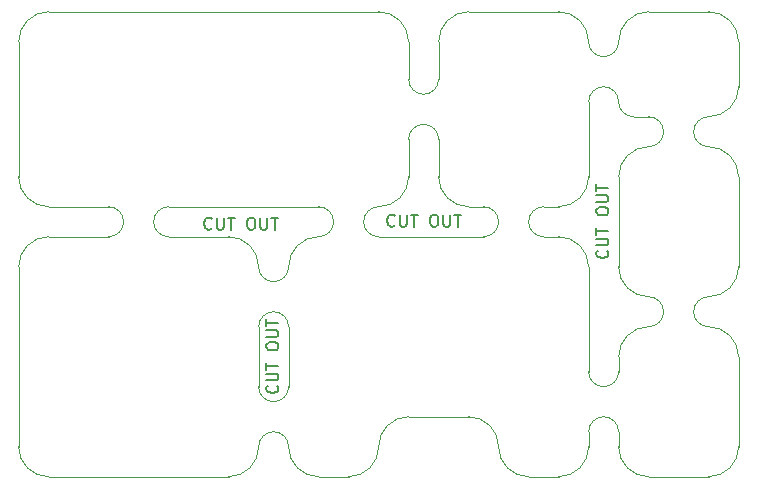
<source format=gbr>
G04 (created by PCBNEW (2013-07-07 BZR 4022)-stable) date 2/5/2015 8:35:07 PM*
%MOIN*%
G04 Gerber Fmt 3.4, Leading zero omitted, Abs format*
%FSLAX34Y34*%
G01*
G70*
G90*
G04 APERTURE LIST*
%ADD10C,0.00590551*%
%ADD11C,0.00393701*%
%ADD12C,0.005*%
G04 APERTURE END LIST*
G54D10*
G54D11*
X66000Y-41500D02*
X66000Y-43000D01*
X65000Y-44000D02*
G75*
G03X66000Y-43000I0J1000D01*
G74*
G01*
X63000Y-40500D02*
X65000Y-40500D01*
X63000Y-40500D02*
G75*
G03X62000Y-41500I0J-1000D01*
G74*
G01*
X66000Y-41500D02*
G75*
G03X65000Y-40500I-1000J0D01*
G74*
G01*
X62500Y-44000D02*
X63000Y-44000D01*
X62000Y-43500D02*
G75*
G03X62500Y-44000I500J0D01*
G74*
G01*
X42000Y-41500D02*
X42000Y-46000D01*
X55000Y-42750D02*
X55000Y-41500D01*
X56000Y-42750D02*
X56000Y-41500D01*
X55000Y-46000D02*
X55000Y-44750D01*
X56000Y-46000D02*
X56000Y-44750D01*
X55000Y-41500D02*
G75*
G03X54000Y-40500I-1000J0D01*
G74*
G01*
X43000Y-40500D02*
X54000Y-40500D01*
G54D12*
X61623Y-48461D02*
X61642Y-48480D01*
X61661Y-48538D01*
X61661Y-48576D01*
X61642Y-48633D01*
X61604Y-48671D01*
X61566Y-48690D01*
X61490Y-48709D01*
X61433Y-48709D01*
X61357Y-48690D01*
X61319Y-48671D01*
X61280Y-48633D01*
X61261Y-48576D01*
X61261Y-48538D01*
X61280Y-48480D01*
X61300Y-48461D01*
X61261Y-48290D02*
X61585Y-48290D01*
X61623Y-48271D01*
X61642Y-48252D01*
X61661Y-48214D01*
X61661Y-48138D01*
X61642Y-48100D01*
X61623Y-48080D01*
X61585Y-48061D01*
X61261Y-48061D01*
X61261Y-47928D02*
X61261Y-47700D01*
X61661Y-47814D02*
X61261Y-47814D01*
X61261Y-47185D02*
X61261Y-47109D01*
X61280Y-47071D01*
X61319Y-47033D01*
X61395Y-47014D01*
X61528Y-47014D01*
X61604Y-47033D01*
X61642Y-47071D01*
X61661Y-47109D01*
X61661Y-47185D01*
X61642Y-47223D01*
X61604Y-47261D01*
X61528Y-47280D01*
X61395Y-47280D01*
X61319Y-47261D01*
X61280Y-47223D01*
X61261Y-47185D01*
X61261Y-46842D02*
X61585Y-46842D01*
X61623Y-46823D01*
X61642Y-46804D01*
X61661Y-46766D01*
X61661Y-46690D01*
X61642Y-46652D01*
X61623Y-46633D01*
X61585Y-46614D01*
X61261Y-46614D01*
X61261Y-46480D02*
X61261Y-46252D01*
X61661Y-46366D02*
X61261Y-46366D01*
X54538Y-47623D02*
X54519Y-47642D01*
X54461Y-47661D01*
X54423Y-47661D01*
X54366Y-47642D01*
X54328Y-47604D01*
X54309Y-47566D01*
X54290Y-47490D01*
X54290Y-47433D01*
X54309Y-47357D01*
X54328Y-47319D01*
X54366Y-47280D01*
X54423Y-47261D01*
X54461Y-47261D01*
X54519Y-47280D01*
X54538Y-47300D01*
X54709Y-47261D02*
X54709Y-47585D01*
X54728Y-47623D01*
X54747Y-47642D01*
X54785Y-47661D01*
X54861Y-47661D01*
X54900Y-47642D01*
X54919Y-47623D01*
X54938Y-47585D01*
X54938Y-47261D01*
X55071Y-47261D02*
X55300Y-47261D01*
X55185Y-47661D02*
X55185Y-47261D01*
X55814Y-47261D02*
X55890Y-47261D01*
X55928Y-47280D01*
X55966Y-47319D01*
X55985Y-47395D01*
X55985Y-47528D01*
X55966Y-47604D01*
X55928Y-47642D01*
X55890Y-47661D01*
X55814Y-47661D01*
X55776Y-47642D01*
X55738Y-47604D01*
X55719Y-47528D01*
X55719Y-47395D01*
X55738Y-47319D01*
X55776Y-47280D01*
X55814Y-47261D01*
X56157Y-47261D02*
X56157Y-47585D01*
X56176Y-47623D01*
X56195Y-47642D01*
X56233Y-47661D01*
X56309Y-47661D01*
X56347Y-47642D01*
X56366Y-47623D01*
X56385Y-47585D01*
X56385Y-47261D01*
X56519Y-47261D02*
X56747Y-47261D01*
X56633Y-47661D02*
X56633Y-47261D01*
X50623Y-52961D02*
X50642Y-52980D01*
X50661Y-53038D01*
X50661Y-53076D01*
X50642Y-53133D01*
X50604Y-53171D01*
X50566Y-53190D01*
X50490Y-53209D01*
X50433Y-53209D01*
X50357Y-53190D01*
X50319Y-53171D01*
X50280Y-53133D01*
X50261Y-53076D01*
X50261Y-53038D01*
X50280Y-52980D01*
X50300Y-52961D01*
X50261Y-52790D02*
X50585Y-52790D01*
X50623Y-52771D01*
X50642Y-52752D01*
X50661Y-52714D01*
X50661Y-52638D01*
X50642Y-52600D01*
X50623Y-52580D01*
X50585Y-52561D01*
X50261Y-52561D01*
X50261Y-52428D02*
X50261Y-52200D01*
X50661Y-52314D02*
X50261Y-52314D01*
X50261Y-51685D02*
X50261Y-51609D01*
X50280Y-51571D01*
X50319Y-51533D01*
X50395Y-51514D01*
X50528Y-51514D01*
X50604Y-51533D01*
X50642Y-51571D01*
X50661Y-51609D01*
X50661Y-51685D01*
X50642Y-51723D01*
X50604Y-51761D01*
X50528Y-51780D01*
X50395Y-51780D01*
X50319Y-51761D01*
X50280Y-51723D01*
X50261Y-51685D01*
X50261Y-51342D02*
X50585Y-51342D01*
X50623Y-51323D01*
X50642Y-51304D01*
X50661Y-51266D01*
X50661Y-51190D01*
X50642Y-51152D01*
X50623Y-51133D01*
X50585Y-51114D01*
X50261Y-51114D01*
X50261Y-50980D02*
X50261Y-50752D01*
X50661Y-50866D02*
X50261Y-50866D01*
G54D11*
X58000Y-55000D02*
G75*
G03X57000Y-54000I-1000J0D01*
G74*
G01*
X58000Y-55000D02*
G75*
G03X59000Y-56000I1000J0D01*
G74*
G01*
X55000Y-54000D02*
G75*
G03X54000Y-55000I0J-1000D01*
G74*
G01*
X53000Y-56000D02*
G75*
G03X54000Y-55000I0J1000D01*
G74*
G01*
G54D12*
X48438Y-47723D02*
X48419Y-47742D01*
X48361Y-47761D01*
X48323Y-47761D01*
X48266Y-47742D01*
X48228Y-47704D01*
X48209Y-47666D01*
X48190Y-47590D01*
X48190Y-47533D01*
X48209Y-47457D01*
X48228Y-47419D01*
X48266Y-47380D01*
X48323Y-47361D01*
X48361Y-47361D01*
X48419Y-47380D01*
X48438Y-47400D01*
X48609Y-47361D02*
X48609Y-47685D01*
X48628Y-47723D01*
X48647Y-47742D01*
X48685Y-47761D01*
X48761Y-47761D01*
X48800Y-47742D01*
X48819Y-47723D01*
X48838Y-47685D01*
X48838Y-47361D01*
X48971Y-47361D02*
X49200Y-47361D01*
X49085Y-47761D02*
X49085Y-47361D01*
X49714Y-47361D02*
X49790Y-47361D01*
X49828Y-47380D01*
X49866Y-47419D01*
X49885Y-47495D01*
X49885Y-47628D01*
X49866Y-47704D01*
X49828Y-47742D01*
X49790Y-47761D01*
X49714Y-47761D01*
X49676Y-47742D01*
X49638Y-47704D01*
X49619Y-47628D01*
X49619Y-47495D01*
X49638Y-47419D01*
X49676Y-47380D01*
X49714Y-47361D01*
X50057Y-47361D02*
X50057Y-47685D01*
X50076Y-47723D01*
X50095Y-47742D01*
X50133Y-47761D01*
X50209Y-47761D01*
X50247Y-47742D01*
X50266Y-47723D01*
X50285Y-47685D01*
X50285Y-47361D01*
X50419Y-47361D02*
X50647Y-47361D01*
X50533Y-47761D02*
X50533Y-47361D01*
G54D11*
X57000Y-47000D02*
X57500Y-47000D01*
X42000Y-49000D02*
X42000Y-55000D01*
X59500Y-48000D02*
X60000Y-48000D01*
X54000Y-48000D02*
X57500Y-48000D01*
X47000Y-47000D02*
X52000Y-47000D01*
X50000Y-51000D02*
X50000Y-53000D01*
X51000Y-51000D02*
X51000Y-53000D01*
X52000Y-56000D02*
X53000Y-56000D01*
X55000Y-54000D02*
X57000Y-54000D01*
X59000Y-56000D02*
X60000Y-56000D01*
X57000Y-40500D02*
X60000Y-40500D01*
X50500Y-53500D02*
G75*
G03X51000Y-53000I0J500D01*
G74*
G01*
X50000Y-53000D02*
G75*
G03X50500Y-53500I500J0D01*
G74*
G01*
X50500Y-54500D02*
G75*
G03X50000Y-55000I0J-500D01*
G74*
G01*
X51000Y-55000D02*
G75*
G03X50500Y-54500I-500J0D01*
G74*
G01*
X60000Y-47000D02*
X59500Y-47000D01*
X57500Y-48000D02*
G75*
G03X58000Y-47500I0J500D01*
G74*
G01*
X58000Y-47500D02*
G75*
G03X57500Y-47000I-500J0D01*
G74*
G01*
X59000Y-47500D02*
G75*
G03X59500Y-48000I500J0D01*
G74*
G01*
X59500Y-47000D02*
G75*
G03X59000Y-47500I0J-500D01*
G74*
G01*
X56000Y-46000D02*
G75*
G03X57000Y-47000I1000J0D01*
G74*
G01*
X54000Y-47000D02*
G75*
G03X53500Y-47500I0J-500D01*
G74*
G01*
X53500Y-47500D02*
G75*
G03X54000Y-48000I500J0D01*
G74*
G01*
X52500Y-47500D02*
G75*
G03X52000Y-47000I-500J0D01*
G74*
G01*
X52000Y-48000D02*
G75*
G03X52500Y-47500I0J500D01*
G74*
G01*
X47000Y-48000D02*
X49000Y-48000D01*
X43000Y-48000D02*
X45000Y-48000D01*
X43000Y-47000D02*
X45000Y-47000D01*
X55500Y-44250D02*
G75*
G03X55000Y-44750I0J-500D01*
G74*
G01*
X56000Y-44750D02*
G75*
G03X55500Y-44250I-500J0D01*
G74*
G01*
X55000Y-42750D02*
G75*
G03X55500Y-43250I500J0D01*
G74*
G01*
X55500Y-43250D02*
G75*
G03X56000Y-42750I0J500D01*
G74*
G01*
X61000Y-43500D02*
X61000Y-46000D01*
X61500Y-43000D02*
G75*
G03X61000Y-43500I0J-500D01*
G74*
G01*
X62000Y-43500D02*
G75*
G03X61500Y-43000I-500J0D01*
G74*
G01*
X61500Y-42000D02*
G75*
G03X62000Y-41500I0J500D01*
G74*
G01*
X61000Y-41500D02*
G75*
G03X61500Y-42000I500J0D01*
G74*
G01*
X62000Y-49000D02*
X62000Y-46000D01*
X61000Y-52500D02*
X61000Y-49000D01*
X63000Y-56000D02*
X65000Y-56000D01*
X62000Y-52500D02*
X62000Y-52000D01*
X61000Y-55000D02*
X61000Y-54500D01*
X62000Y-55000D02*
X62000Y-54500D01*
X62000Y-54500D02*
G75*
G03X61500Y-54000I-500J0D01*
G74*
G01*
X61500Y-54000D02*
G75*
G03X61000Y-54500I0J-500D01*
G74*
G01*
X61000Y-52500D02*
G75*
G03X61500Y-53000I500J0D01*
G74*
G01*
X61500Y-53000D02*
G75*
G03X62000Y-52500I0J500D01*
G74*
G01*
X50500Y-50500D02*
G75*
G03X50000Y-51000I0J-500D01*
G74*
G01*
X51000Y-51000D02*
G75*
G03X50500Y-50500I-500J0D01*
G74*
G01*
X50000Y-49000D02*
G75*
G03X50500Y-49500I500J0D01*
G74*
G01*
X50500Y-49500D02*
G75*
G03X51000Y-49000I0J500D01*
G74*
G01*
X46500Y-47500D02*
G75*
G03X47000Y-48000I500J0D01*
G74*
G01*
X47000Y-47000D02*
G75*
G03X46500Y-47500I0J-500D01*
G74*
G01*
X45000Y-48000D02*
G75*
G03X45500Y-47500I0J500D01*
G74*
G01*
X45500Y-47500D02*
G75*
G03X45000Y-47000I-500J0D01*
G74*
G01*
X63000Y-45000D02*
G75*
G03X63500Y-44500I0J500D01*
G74*
G01*
X63500Y-44500D02*
G75*
G03X63000Y-44000I-500J0D01*
G74*
G01*
X64500Y-44500D02*
G75*
G03X65000Y-45000I500J0D01*
G74*
G01*
X65000Y-44000D02*
G75*
G03X64500Y-44500I0J-500D01*
G74*
G01*
X64500Y-50500D02*
G75*
G03X65000Y-51000I500J0D01*
G74*
G01*
X65000Y-50000D02*
G75*
G03X64500Y-50500I0J-500D01*
G74*
G01*
X63000Y-51000D02*
G75*
G03X63500Y-50500I0J500D01*
G74*
G01*
X63500Y-50500D02*
G75*
G03X63000Y-50000I-500J0D01*
G74*
G01*
X43000Y-56000D02*
X49000Y-56000D01*
X66000Y-49000D02*
X66000Y-46000D01*
X66000Y-55000D02*
X66000Y-52000D01*
X50000Y-49000D02*
G75*
G03X49000Y-48000I-1000J0D01*
G74*
G01*
X49000Y-56000D02*
G75*
G03X50000Y-55000I0J1000D01*
G74*
G01*
X42000Y-55000D02*
G75*
G03X43000Y-56000I1000J0D01*
G74*
G01*
X43000Y-48000D02*
G75*
G03X42000Y-49000I0J-1000D01*
G74*
G01*
X43000Y-40500D02*
G75*
G03X42000Y-41500I0J-1000D01*
G74*
G01*
X42000Y-46000D02*
G75*
G03X43000Y-47000I1000J0D01*
G74*
G01*
X54000Y-47000D02*
G75*
G03X55000Y-46000I0J1000D01*
G74*
G01*
X57000Y-40500D02*
G75*
G03X56000Y-41500I0J-1000D01*
G74*
G01*
X60000Y-47000D02*
G75*
G03X61000Y-46000I0J1000D01*
G74*
G01*
X61000Y-41500D02*
G75*
G03X60000Y-40500I-1000J0D01*
G74*
G01*
X62000Y-49000D02*
G75*
G03X63000Y-50000I1000J0D01*
G74*
G01*
X63000Y-45000D02*
G75*
G03X62000Y-46000I0J-1000D01*
G74*
G01*
X66000Y-46000D02*
G75*
G03X65000Y-45000I-1000J0D01*
G74*
G01*
X65000Y-50000D02*
G75*
G03X66000Y-49000I0J1000D01*
G74*
G01*
X63000Y-51000D02*
G75*
G03X62000Y-52000I0J-1000D01*
G74*
G01*
X66000Y-52000D02*
G75*
G03X65000Y-51000I-1000J0D01*
G74*
G01*
X65000Y-56000D02*
G75*
G03X66000Y-55000I0J1000D01*
G74*
G01*
X62000Y-55000D02*
G75*
G03X63000Y-56000I1000J0D01*
G74*
G01*
X61000Y-49000D02*
G75*
G03X60000Y-48000I-1000J0D01*
G74*
G01*
X52000Y-48000D02*
G75*
G03X51000Y-49000I0J-1000D01*
G74*
G01*
X51000Y-55000D02*
G75*
G03X52000Y-56000I1000J0D01*
G74*
G01*
X60000Y-56000D02*
G75*
G03X61000Y-55000I0J1000D01*
G74*
G01*
M02*

</source>
